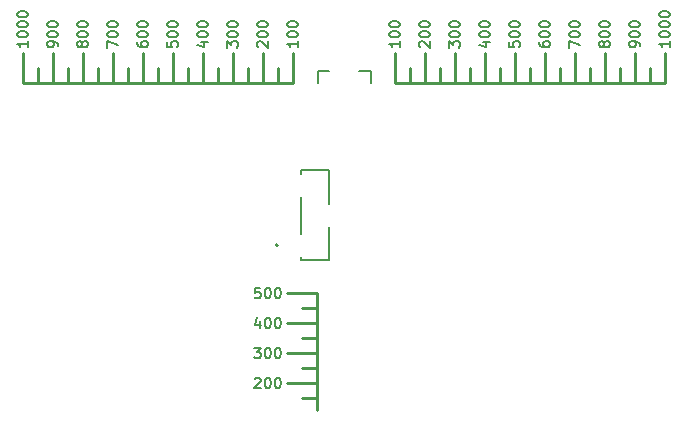
<source format=gto>
%TF.GenerationSoftware,KiCad,Pcbnew,8.0.4*%
%TF.CreationDate,2024-08-26T14:53:49-04:00*%
%TF.ProjectId,S-Band_1W_R1,532d4261-6e64-45f3-9157-5f52312e6b69,0*%
%TF.SameCoordinates,Original*%
%TF.FileFunction,Legend,Top*%
%TF.FilePolarity,Positive*%
%FSLAX46Y46*%
G04 Gerber Fmt 4.6, Leading zero omitted, Abs format (unit mm)*
G04 Created by KiCad (PCBNEW 8.0.4) date 2024-08-26 14:53:49*
%MOMM*%
%LPD*%
G01*
G04 APERTURE LIST*
%ADD10C,0.254000*%
%ADD11C,0.177800*%
G04 APERTURE END LIST*
D10*
X137922000Y-83820000D02*
X137922000Y-86360000D01*
X130302000Y-83820000D02*
X130302000Y-86360000D01*
X125222000Y-83820000D02*
X125222000Y-86360000D01*
X169418000Y-83820000D02*
X169418000Y-86360000D01*
X155448000Y-85090000D02*
X155448000Y-86360000D01*
X163068000Y-85090000D02*
X163068000Y-86360000D01*
X166878000Y-83820000D02*
X166878000Y-86360000D01*
X160528000Y-85090000D02*
X160528000Y-86360000D01*
X132842000Y-83820000D02*
X132842000Y-86360000D01*
X136652000Y-85090000D02*
X136652000Y-86360000D01*
X154178000Y-83820000D02*
X154178000Y-86360000D01*
X145034000Y-109220000D02*
X142494000Y-109220000D01*
X139192000Y-85090000D02*
X139192000Y-86360000D01*
X123952000Y-85090000D02*
X123952000Y-86360000D01*
X161798000Y-83820000D02*
X161798000Y-86360000D01*
X145034000Y-106680000D02*
X142494000Y-106680000D01*
X126492000Y-85090000D02*
X126492000Y-86360000D01*
X171958000Y-83820000D02*
X171958000Y-86360000D01*
X145034000Y-110490000D02*
X143764000Y-110490000D01*
X151638000Y-83820000D02*
X151638000Y-86360000D01*
X165608000Y-85090000D02*
X165608000Y-86360000D01*
X129032000Y-85090000D02*
X129032000Y-86360000D01*
X157988000Y-85090000D02*
X157988000Y-86360000D01*
X135382000Y-83820000D02*
X135382000Y-86360000D01*
X140462000Y-83820000D02*
X140462000Y-86360000D01*
X152908000Y-85090000D02*
X152908000Y-86360000D01*
X120142000Y-83820000D02*
X120142000Y-86360000D01*
X134112000Y-85090000D02*
X134112000Y-86360000D01*
X156718000Y-83820000D02*
X156718000Y-86360000D01*
X151638000Y-86360000D02*
X174498000Y-86360000D01*
X120142000Y-86360000D02*
X143002000Y-86360000D01*
X164338000Y-83820000D02*
X164338000Y-86360000D01*
X141732000Y-85090000D02*
X141732000Y-86360000D01*
X145034000Y-107950000D02*
X143764000Y-107950000D01*
X145034000Y-111760000D02*
X142494000Y-111760000D01*
X131572000Y-85090000D02*
X131572000Y-86360000D01*
X145034000Y-104140000D02*
X145034000Y-114046000D01*
X143002000Y-83820000D02*
X143002000Y-86360000D01*
X127762000Y-83820000D02*
X127762000Y-86360000D01*
X159258000Y-83820000D02*
X159258000Y-86360000D01*
X168148000Y-85090000D02*
X168148000Y-86360000D01*
X122682000Y-83820000D02*
X122682000Y-86360000D01*
X170688000Y-85090000D02*
X170688000Y-86360000D01*
X145034000Y-105410000D02*
X143764000Y-105410000D01*
X173228000Y-85090000D02*
X173228000Y-86360000D01*
X145034000Y-113030000D02*
X143764000Y-113030000D01*
X121412000Y-85090000D02*
X121412000Y-86360000D01*
X145034000Y-104140000D02*
X142494000Y-104140000D01*
X174498000Y-83820000D02*
X174498000Y-86360000D01*
D11*
X159067356Y-82856360D02*
X159660023Y-82856360D01*
X158728690Y-83068027D02*
X159363690Y-83279693D01*
X159363690Y-83279693D02*
X159363690Y-82729360D01*
X158771023Y-82221360D02*
X158771023Y-82136693D01*
X158771023Y-82136693D02*
X158813356Y-82052026D01*
X158813356Y-82052026D02*
X158855690Y-82009693D01*
X158855690Y-82009693D02*
X158940356Y-81967360D01*
X158940356Y-81967360D02*
X159109690Y-81925026D01*
X159109690Y-81925026D02*
X159321356Y-81925026D01*
X159321356Y-81925026D02*
X159490690Y-81967360D01*
X159490690Y-81967360D02*
X159575356Y-82009693D01*
X159575356Y-82009693D02*
X159617690Y-82052026D01*
X159617690Y-82052026D02*
X159660023Y-82136693D01*
X159660023Y-82136693D02*
X159660023Y-82221360D01*
X159660023Y-82221360D02*
X159617690Y-82306026D01*
X159617690Y-82306026D02*
X159575356Y-82348360D01*
X159575356Y-82348360D02*
X159490690Y-82390693D01*
X159490690Y-82390693D02*
X159321356Y-82433026D01*
X159321356Y-82433026D02*
X159109690Y-82433026D01*
X159109690Y-82433026D02*
X158940356Y-82390693D01*
X158940356Y-82390693D02*
X158855690Y-82348360D01*
X158855690Y-82348360D02*
X158813356Y-82306026D01*
X158813356Y-82306026D02*
X158771023Y-82221360D01*
X158771023Y-81374693D02*
X158771023Y-81290026D01*
X158771023Y-81290026D02*
X158813356Y-81205359D01*
X158813356Y-81205359D02*
X158855690Y-81163026D01*
X158855690Y-81163026D02*
X158940356Y-81120693D01*
X158940356Y-81120693D02*
X159109690Y-81078359D01*
X159109690Y-81078359D02*
X159321356Y-81078359D01*
X159321356Y-81078359D02*
X159490690Y-81120693D01*
X159490690Y-81120693D02*
X159575356Y-81163026D01*
X159575356Y-81163026D02*
X159617690Y-81205359D01*
X159617690Y-81205359D02*
X159660023Y-81290026D01*
X159660023Y-81290026D02*
X159660023Y-81374693D01*
X159660023Y-81374693D02*
X159617690Y-81459359D01*
X159617690Y-81459359D02*
X159575356Y-81501693D01*
X159575356Y-81501693D02*
X159490690Y-81544026D01*
X159490690Y-81544026D02*
X159321356Y-81586359D01*
X159321356Y-81586359D02*
X159109690Y-81586359D01*
X159109690Y-81586359D02*
X158940356Y-81544026D01*
X158940356Y-81544026D02*
X158855690Y-81501693D01*
X158855690Y-81501693D02*
X158813356Y-81459359D01*
X158813356Y-81459359D02*
X158771023Y-81374693D01*
X166391023Y-83322027D02*
X166391023Y-82729360D01*
X166391023Y-82729360D02*
X167280023Y-83110360D01*
X166391023Y-82221360D02*
X166391023Y-82136693D01*
X166391023Y-82136693D02*
X166433356Y-82052026D01*
X166433356Y-82052026D02*
X166475690Y-82009693D01*
X166475690Y-82009693D02*
X166560356Y-81967360D01*
X166560356Y-81967360D02*
X166729690Y-81925026D01*
X166729690Y-81925026D02*
X166941356Y-81925026D01*
X166941356Y-81925026D02*
X167110690Y-81967360D01*
X167110690Y-81967360D02*
X167195356Y-82009693D01*
X167195356Y-82009693D02*
X167237690Y-82052026D01*
X167237690Y-82052026D02*
X167280023Y-82136693D01*
X167280023Y-82136693D02*
X167280023Y-82221360D01*
X167280023Y-82221360D02*
X167237690Y-82306026D01*
X167237690Y-82306026D02*
X167195356Y-82348360D01*
X167195356Y-82348360D02*
X167110690Y-82390693D01*
X167110690Y-82390693D02*
X166941356Y-82433026D01*
X166941356Y-82433026D02*
X166729690Y-82433026D01*
X166729690Y-82433026D02*
X166560356Y-82390693D01*
X166560356Y-82390693D02*
X166475690Y-82348360D01*
X166475690Y-82348360D02*
X166433356Y-82306026D01*
X166433356Y-82306026D02*
X166391023Y-82221360D01*
X166391023Y-81374693D02*
X166391023Y-81290026D01*
X166391023Y-81290026D02*
X166433356Y-81205359D01*
X166433356Y-81205359D02*
X166475690Y-81163026D01*
X166475690Y-81163026D02*
X166560356Y-81120693D01*
X166560356Y-81120693D02*
X166729690Y-81078359D01*
X166729690Y-81078359D02*
X166941356Y-81078359D01*
X166941356Y-81078359D02*
X167110690Y-81120693D01*
X167110690Y-81120693D02*
X167195356Y-81163026D01*
X167195356Y-81163026D02*
X167237690Y-81205359D01*
X167237690Y-81205359D02*
X167280023Y-81290026D01*
X167280023Y-81290026D02*
X167280023Y-81374693D01*
X167280023Y-81374693D02*
X167237690Y-81459359D01*
X167237690Y-81459359D02*
X167195356Y-81501693D01*
X167195356Y-81501693D02*
X167110690Y-81544026D01*
X167110690Y-81544026D02*
X166941356Y-81586359D01*
X166941356Y-81586359D02*
X166729690Y-81586359D01*
X166729690Y-81586359D02*
X166560356Y-81544026D01*
X166560356Y-81544026D02*
X166475690Y-81501693D01*
X166475690Y-81501693D02*
X166433356Y-81459359D01*
X166433356Y-81459359D02*
X166391023Y-81374693D01*
X139752359Y-111357690D02*
X139794692Y-111315356D01*
X139794692Y-111315356D02*
X139879359Y-111273023D01*
X139879359Y-111273023D02*
X140091026Y-111273023D01*
X140091026Y-111273023D02*
X140175692Y-111315356D01*
X140175692Y-111315356D02*
X140218026Y-111357690D01*
X140218026Y-111357690D02*
X140260359Y-111442356D01*
X140260359Y-111442356D02*
X140260359Y-111527023D01*
X140260359Y-111527023D02*
X140218026Y-111654023D01*
X140218026Y-111654023D02*
X139710026Y-112162023D01*
X139710026Y-112162023D02*
X140260359Y-112162023D01*
X140810693Y-111273023D02*
X140895359Y-111273023D01*
X140895359Y-111273023D02*
X140980026Y-111315356D01*
X140980026Y-111315356D02*
X141022359Y-111357690D01*
X141022359Y-111357690D02*
X141064693Y-111442356D01*
X141064693Y-111442356D02*
X141107026Y-111611690D01*
X141107026Y-111611690D02*
X141107026Y-111823356D01*
X141107026Y-111823356D02*
X141064693Y-111992690D01*
X141064693Y-111992690D02*
X141022359Y-112077356D01*
X141022359Y-112077356D02*
X140980026Y-112119690D01*
X140980026Y-112119690D02*
X140895359Y-112162023D01*
X140895359Y-112162023D02*
X140810693Y-112162023D01*
X140810693Y-112162023D02*
X140726026Y-112119690D01*
X140726026Y-112119690D02*
X140683693Y-112077356D01*
X140683693Y-112077356D02*
X140641359Y-111992690D01*
X140641359Y-111992690D02*
X140599026Y-111823356D01*
X140599026Y-111823356D02*
X140599026Y-111611690D01*
X140599026Y-111611690D02*
X140641359Y-111442356D01*
X140641359Y-111442356D02*
X140683693Y-111357690D01*
X140683693Y-111357690D02*
X140726026Y-111315356D01*
X140726026Y-111315356D02*
X140810693Y-111273023D01*
X141657360Y-111273023D02*
X141742026Y-111273023D01*
X141742026Y-111273023D02*
X141826693Y-111315356D01*
X141826693Y-111315356D02*
X141869026Y-111357690D01*
X141869026Y-111357690D02*
X141911360Y-111442356D01*
X141911360Y-111442356D02*
X141953693Y-111611690D01*
X141953693Y-111611690D02*
X141953693Y-111823356D01*
X141953693Y-111823356D02*
X141911360Y-111992690D01*
X141911360Y-111992690D02*
X141869026Y-112077356D01*
X141869026Y-112077356D02*
X141826693Y-112119690D01*
X141826693Y-112119690D02*
X141742026Y-112162023D01*
X141742026Y-112162023D02*
X141657360Y-112162023D01*
X141657360Y-112162023D02*
X141572693Y-112119690D01*
X141572693Y-112119690D02*
X141530360Y-112077356D01*
X141530360Y-112077356D02*
X141488026Y-111992690D01*
X141488026Y-111992690D02*
X141445693Y-111823356D01*
X141445693Y-111823356D02*
X141445693Y-111611690D01*
X141445693Y-111611690D02*
X141488026Y-111442356D01*
X141488026Y-111442356D02*
X141530360Y-111357690D01*
X141530360Y-111357690D02*
X141572693Y-111315356D01*
X141572693Y-111315356D02*
X141657360Y-111273023D01*
X127275023Y-83322027D02*
X127275023Y-82729360D01*
X127275023Y-82729360D02*
X128164023Y-83110360D01*
X127275023Y-82221360D02*
X127275023Y-82136693D01*
X127275023Y-82136693D02*
X127317356Y-82052026D01*
X127317356Y-82052026D02*
X127359690Y-82009693D01*
X127359690Y-82009693D02*
X127444356Y-81967360D01*
X127444356Y-81967360D02*
X127613690Y-81925026D01*
X127613690Y-81925026D02*
X127825356Y-81925026D01*
X127825356Y-81925026D02*
X127994690Y-81967360D01*
X127994690Y-81967360D02*
X128079356Y-82009693D01*
X128079356Y-82009693D02*
X128121690Y-82052026D01*
X128121690Y-82052026D02*
X128164023Y-82136693D01*
X128164023Y-82136693D02*
X128164023Y-82221360D01*
X128164023Y-82221360D02*
X128121690Y-82306026D01*
X128121690Y-82306026D02*
X128079356Y-82348360D01*
X128079356Y-82348360D02*
X127994690Y-82390693D01*
X127994690Y-82390693D02*
X127825356Y-82433026D01*
X127825356Y-82433026D02*
X127613690Y-82433026D01*
X127613690Y-82433026D02*
X127444356Y-82390693D01*
X127444356Y-82390693D02*
X127359690Y-82348360D01*
X127359690Y-82348360D02*
X127317356Y-82306026D01*
X127317356Y-82306026D02*
X127275023Y-82221360D01*
X127275023Y-81374693D02*
X127275023Y-81290026D01*
X127275023Y-81290026D02*
X127317356Y-81205359D01*
X127317356Y-81205359D02*
X127359690Y-81163026D01*
X127359690Y-81163026D02*
X127444356Y-81120693D01*
X127444356Y-81120693D02*
X127613690Y-81078359D01*
X127613690Y-81078359D02*
X127825356Y-81078359D01*
X127825356Y-81078359D02*
X127994690Y-81120693D01*
X127994690Y-81120693D02*
X128079356Y-81163026D01*
X128079356Y-81163026D02*
X128121690Y-81205359D01*
X128121690Y-81205359D02*
X128164023Y-81290026D01*
X128164023Y-81290026D02*
X128164023Y-81374693D01*
X128164023Y-81374693D02*
X128121690Y-81459359D01*
X128121690Y-81459359D02*
X128079356Y-81501693D01*
X128079356Y-81501693D02*
X127994690Y-81544026D01*
X127994690Y-81544026D02*
X127825356Y-81586359D01*
X127825356Y-81586359D02*
X127613690Y-81586359D01*
X127613690Y-81586359D02*
X127444356Y-81544026D01*
X127444356Y-81544026D02*
X127359690Y-81501693D01*
X127359690Y-81501693D02*
X127317356Y-81459359D01*
X127317356Y-81459359D02*
X127275023Y-81374693D01*
X156231023Y-83322027D02*
X156231023Y-82771693D01*
X156231023Y-82771693D02*
X156569690Y-83068027D01*
X156569690Y-83068027D02*
X156569690Y-82941027D01*
X156569690Y-82941027D02*
X156612023Y-82856360D01*
X156612023Y-82856360D02*
X156654356Y-82814027D01*
X156654356Y-82814027D02*
X156739023Y-82771693D01*
X156739023Y-82771693D02*
X156950690Y-82771693D01*
X156950690Y-82771693D02*
X157035356Y-82814027D01*
X157035356Y-82814027D02*
X157077690Y-82856360D01*
X157077690Y-82856360D02*
X157120023Y-82941027D01*
X157120023Y-82941027D02*
X157120023Y-83195027D01*
X157120023Y-83195027D02*
X157077690Y-83279693D01*
X157077690Y-83279693D02*
X157035356Y-83322027D01*
X156231023Y-82221360D02*
X156231023Y-82136693D01*
X156231023Y-82136693D02*
X156273356Y-82052026D01*
X156273356Y-82052026D02*
X156315690Y-82009693D01*
X156315690Y-82009693D02*
X156400356Y-81967360D01*
X156400356Y-81967360D02*
X156569690Y-81925026D01*
X156569690Y-81925026D02*
X156781356Y-81925026D01*
X156781356Y-81925026D02*
X156950690Y-81967360D01*
X156950690Y-81967360D02*
X157035356Y-82009693D01*
X157035356Y-82009693D02*
X157077690Y-82052026D01*
X157077690Y-82052026D02*
X157120023Y-82136693D01*
X157120023Y-82136693D02*
X157120023Y-82221360D01*
X157120023Y-82221360D02*
X157077690Y-82306026D01*
X157077690Y-82306026D02*
X157035356Y-82348360D01*
X157035356Y-82348360D02*
X156950690Y-82390693D01*
X156950690Y-82390693D02*
X156781356Y-82433026D01*
X156781356Y-82433026D02*
X156569690Y-82433026D01*
X156569690Y-82433026D02*
X156400356Y-82390693D01*
X156400356Y-82390693D02*
X156315690Y-82348360D01*
X156315690Y-82348360D02*
X156273356Y-82306026D01*
X156273356Y-82306026D02*
X156231023Y-82221360D01*
X156231023Y-81374693D02*
X156231023Y-81290026D01*
X156231023Y-81290026D02*
X156273356Y-81205359D01*
X156273356Y-81205359D02*
X156315690Y-81163026D01*
X156315690Y-81163026D02*
X156400356Y-81120693D01*
X156400356Y-81120693D02*
X156569690Y-81078359D01*
X156569690Y-81078359D02*
X156781356Y-81078359D01*
X156781356Y-81078359D02*
X156950690Y-81120693D01*
X156950690Y-81120693D02*
X157035356Y-81163026D01*
X157035356Y-81163026D02*
X157077690Y-81205359D01*
X157077690Y-81205359D02*
X157120023Y-81290026D01*
X157120023Y-81290026D02*
X157120023Y-81374693D01*
X157120023Y-81374693D02*
X157077690Y-81459359D01*
X157077690Y-81459359D02*
X157035356Y-81501693D01*
X157035356Y-81501693D02*
X156950690Y-81544026D01*
X156950690Y-81544026D02*
X156781356Y-81586359D01*
X156781356Y-81586359D02*
X156569690Y-81586359D01*
X156569690Y-81586359D02*
X156400356Y-81544026D01*
X156400356Y-81544026D02*
X156315690Y-81501693D01*
X156315690Y-81501693D02*
X156273356Y-81459359D01*
X156273356Y-81459359D02*
X156231023Y-81374693D01*
X161311023Y-82814027D02*
X161311023Y-83237360D01*
X161311023Y-83237360D02*
X161734356Y-83279693D01*
X161734356Y-83279693D02*
X161692023Y-83237360D01*
X161692023Y-83237360D02*
X161649690Y-83152693D01*
X161649690Y-83152693D02*
X161649690Y-82941027D01*
X161649690Y-82941027D02*
X161692023Y-82856360D01*
X161692023Y-82856360D02*
X161734356Y-82814027D01*
X161734356Y-82814027D02*
X161819023Y-82771693D01*
X161819023Y-82771693D02*
X162030690Y-82771693D01*
X162030690Y-82771693D02*
X162115356Y-82814027D01*
X162115356Y-82814027D02*
X162157690Y-82856360D01*
X162157690Y-82856360D02*
X162200023Y-82941027D01*
X162200023Y-82941027D02*
X162200023Y-83152693D01*
X162200023Y-83152693D02*
X162157690Y-83237360D01*
X162157690Y-83237360D02*
X162115356Y-83279693D01*
X161311023Y-82221360D02*
X161311023Y-82136693D01*
X161311023Y-82136693D02*
X161353356Y-82052026D01*
X161353356Y-82052026D02*
X161395690Y-82009693D01*
X161395690Y-82009693D02*
X161480356Y-81967360D01*
X161480356Y-81967360D02*
X161649690Y-81925026D01*
X161649690Y-81925026D02*
X161861356Y-81925026D01*
X161861356Y-81925026D02*
X162030690Y-81967360D01*
X162030690Y-81967360D02*
X162115356Y-82009693D01*
X162115356Y-82009693D02*
X162157690Y-82052026D01*
X162157690Y-82052026D02*
X162200023Y-82136693D01*
X162200023Y-82136693D02*
X162200023Y-82221360D01*
X162200023Y-82221360D02*
X162157690Y-82306026D01*
X162157690Y-82306026D02*
X162115356Y-82348360D01*
X162115356Y-82348360D02*
X162030690Y-82390693D01*
X162030690Y-82390693D02*
X161861356Y-82433026D01*
X161861356Y-82433026D02*
X161649690Y-82433026D01*
X161649690Y-82433026D02*
X161480356Y-82390693D01*
X161480356Y-82390693D02*
X161395690Y-82348360D01*
X161395690Y-82348360D02*
X161353356Y-82306026D01*
X161353356Y-82306026D02*
X161311023Y-82221360D01*
X161311023Y-81374693D02*
X161311023Y-81290026D01*
X161311023Y-81290026D02*
X161353356Y-81205359D01*
X161353356Y-81205359D02*
X161395690Y-81163026D01*
X161395690Y-81163026D02*
X161480356Y-81120693D01*
X161480356Y-81120693D02*
X161649690Y-81078359D01*
X161649690Y-81078359D02*
X161861356Y-81078359D01*
X161861356Y-81078359D02*
X162030690Y-81120693D01*
X162030690Y-81120693D02*
X162115356Y-81163026D01*
X162115356Y-81163026D02*
X162157690Y-81205359D01*
X162157690Y-81205359D02*
X162200023Y-81290026D01*
X162200023Y-81290026D02*
X162200023Y-81374693D01*
X162200023Y-81374693D02*
X162157690Y-81459359D01*
X162157690Y-81459359D02*
X162115356Y-81501693D01*
X162115356Y-81501693D02*
X162030690Y-81544026D01*
X162030690Y-81544026D02*
X161861356Y-81586359D01*
X161861356Y-81586359D02*
X161649690Y-81586359D01*
X161649690Y-81586359D02*
X161480356Y-81544026D01*
X161480356Y-81544026D02*
X161395690Y-81501693D01*
X161395690Y-81501693D02*
X161353356Y-81459359D01*
X161353356Y-81459359D02*
X161311023Y-81374693D01*
X153775690Y-83279693D02*
X153733356Y-83237360D01*
X153733356Y-83237360D02*
X153691023Y-83152693D01*
X153691023Y-83152693D02*
X153691023Y-82941027D01*
X153691023Y-82941027D02*
X153733356Y-82856360D01*
X153733356Y-82856360D02*
X153775690Y-82814027D01*
X153775690Y-82814027D02*
X153860356Y-82771693D01*
X153860356Y-82771693D02*
X153945023Y-82771693D01*
X153945023Y-82771693D02*
X154072023Y-82814027D01*
X154072023Y-82814027D02*
X154580023Y-83322027D01*
X154580023Y-83322027D02*
X154580023Y-82771693D01*
X153691023Y-82221360D02*
X153691023Y-82136693D01*
X153691023Y-82136693D02*
X153733356Y-82052026D01*
X153733356Y-82052026D02*
X153775690Y-82009693D01*
X153775690Y-82009693D02*
X153860356Y-81967360D01*
X153860356Y-81967360D02*
X154029690Y-81925026D01*
X154029690Y-81925026D02*
X154241356Y-81925026D01*
X154241356Y-81925026D02*
X154410690Y-81967360D01*
X154410690Y-81967360D02*
X154495356Y-82009693D01*
X154495356Y-82009693D02*
X154537690Y-82052026D01*
X154537690Y-82052026D02*
X154580023Y-82136693D01*
X154580023Y-82136693D02*
X154580023Y-82221360D01*
X154580023Y-82221360D02*
X154537690Y-82306026D01*
X154537690Y-82306026D02*
X154495356Y-82348360D01*
X154495356Y-82348360D02*
X154410690Y-82390693D01*
X154410690Y-82390693D02*
X154241356Y-82433026D01*
X154241356Y-82433026D02*
X154029690Y-82433026D01*
X154029690Y-82433026D02*
X153860356Y-82390693D01*
X153860356Y-82390693D02*
X153775690Y-82348360D01*
X153775690Y-82348360D02*
X153733356Y-82306026D01*
X153733356Y-82306026D02*
X153691023Y-82221360D01*
X153691023Y-81374693D02*
X153691023Y-81290026D01*
X153691023Y-81290026D02*
X153733356Y-81205359D01*
X153733356Y-81205359D02*
X153775690Y-81163026D01*
X153775690Y-81163026D02*
X153860356Y-81120693D01*
X153860356Y-81120693D02*
X154029690Y-81078359D01*
X154029690Y-81078359D02*
X154241356Y-81078359D01*
X154241356Y-81078359D02*
X154410690Y-81120693D01*
X154410690Y-81120693D02*
X154495356Y-81163026D01*
X154495356Y-81163026D02*
X154537690Y-81205359D01*
X154537690Y-81205359D02*
X154580023Y-81290026D01*
X154580023Y-81290026D02*
X154580023Y-81374693D01*
X154580023Y-81374693D02*
X154537690Y-81459359D01*
X154537690Y-81459359D02*
X154495356Y-81501693D01*
X154495356Y-81501693D02*
X154410690Y-81544026D01*
X154410690Y-81544026D02*
X154241356Y-81586359D01*
X154241356Y-81586359D02*
X154029690Y-81586359D01*
X154029690Y-81586359D02*
X153860356Y-81544026D01*
X153860356Y-81544026D02*
X153775690Y-81501693D01*
X153775690Y-81501693D02*
X153733356Y-81459359D01*
X153733356Y-81459359D02*
X153691023Y-81374693D01*
X174900023Y-82771693D02*
X174900023Y-83279693D01*
X174900023Y-83025693D02*
X174011023Y-83025693D01*
X174011023Y-83025693D02*
X174138023Y-83110360D01*
X174138023Y-83110360D02*
X174222690Y-83195027D01*
X174222690Y-83195027D02*
X174265023Y-83279693D01*
X174011023Y-82221360D02*
X174011023Y-82136693D01*
X174011023Y-82136693D02*
X174053356Y-82052026D01*
X174053356Y-82052026D02*
X174095690Y-82009693D01*
X174095690Y-82009693D02*
X174180356Y-81967360D01*
X174180356Y-81967360D02*
X174349690Y-81925026D01*
X174349690Y-81925026D02*
X174561356Y-81925026D01*
X174561356Y-81925026D02*
X174730690Y-81967360D01*
X174730690Y-81967360D02*
X174815356Y-82009693D01*
X174815356Y-82009693D02*
X174857690Y-82052026D01*
X174857690Y-82052026D02*
X174900023Y-82136693D01*
X174900023Y-82136693D02*
X174900023Y-82221360D01*
X174900023Y-82221360D02*
X174857690Y-82306026D01*
X174857690Y-82306026D02*
X174815356Y-82348360D01*
X174815356Y-82348360D02*
X174730690Y-82390693D01*
X174730690Y-82390693D02*
X174561356Y-82433026D01*
X174561356Y-82433026D02*
X174349690Y-82433026D01*
X174349690Y-82433026D02*
X174180356Y-82390693D01*
X174180356Y-82390693D02*
X174095690Y-82348360D01*
X174095690Y-82348360D02*
X174053356Y-82306026D01*
X174053356Y-82306026D02*
X174011023Y-82221360D01*
X174011023Y-81374693D02*
X174011023Y-81290026D01*
X174011023Y-81290026D02*
X174053356Y-81205359D01*
X174053356Y-81205359D02*
X174095690Y-81163026D01*
X174095690Y-81163026D02*
X174180356Y-81120693D01*
X174180356Y-81120693D02*
X174349690Y-81078359D01*
X174349690Y-81078359D02*
X174561356Y-81078359D01*
X174561356Y-81078359D02*
X174730690Y-81120693D01*
X174730690Y-81120693D02*
X174815356Y-81163026D01*
X174815356Y-81163026D02*
X174857690Y-81205359D01*
X174857690Y-81205359D02*
X174900023Y-81290026D01*
X174900023Y-81290026D02*
X174900023Y-81374693D01*
X174900023Y-81374693D02*
X174857690Y-81459359D01*
X174857690Y-81459359D02*
X174815356Y-81501693D01*
X174815356Y-81501693D02*
X174730690Y-81544026D01*
X174730690Y-81544026D02*
X174561356Y-81586359D01*
X174561356Y-81586359D02*
X174349690Y-81586359D01*
X174349690Y-81586359D02*
X174180356Y-81544026D01*
X174180356Y-81544026D02*
X174095690Y-81501693D01*
X174095690Y-81501693D02*
X174053356Y-81459359D01*
X174053356Y-81459359D02*
X174011023Y-81374693D01*
X174011023Y-80528026D02*
X174011023Y-80443359D01*
X174011023Y-80443359D02*
X174053356Y-80358692D01*
X174053356Y-80358692D02*
X174095690Y-80316359D01*
X174095690Y-80316359D02*
X174180356Y-80274026D01*
X174180356Y-80274026D02*
X174349690Y-80231692D01*
X174349690Y-80231692D02*
X174561356Y-80231692D01*
X174561356Y-80231692D02*
X174730690Y-80274026D01*
X174730690Y-80274026D02*
X174815356Y-80316359D01*
X174815356Y-80316359D02*
X174857690Y-80358692D01*
X174857690Y-80358692D02*
X174900023Y-80443359D01*
X174900023Y-80443359D02*
X174900023Y-80528026D01*
X174900023Y-80528026D02*
X174857690Y-80612692D01*
X174857690Y-80612692D02*
X174815356Y-80655026D01*
X174815356Y-80655026D02*
X174730690Y-80697359D01*
X174730690Y-80697359D02*
X174561356Y-80739692D01*
X174561356Y-80739692D02*
X174349690Y-80739692D01*
X174349690Y-80739692D02*
X174180356Y-80697359D01*
X174180356Y-80697359D02*
X174095690Y-80655026D01*
X174095690Y-80655026D02*
X174053356Y-80612692D01*
X174053356Y-80612692D02*
X174011023Y-80528026D01*
X140218026Y-103653023D02*
X139794692Y-103653023D01*
X139794692Y-103653023D02*
X139752359Y-104076356D01*
X139752359Y-104076356D02*
X139794692Y-104034023D01*
X139794692Y-104034023D02*
X139879359Y-103991690D01*
X139879359Y-103991690D02*
X140091026Y-103991690D01*
X140091026Y-103991690D02*
X140175692Y-104034023D01*
X140175692Y-104034023D02*
X140218026Y-104076356D01*
X140218026Y-104076356D02*
X140260359Y-104161023D01*
X140260359Y-104161023D02*
X140260359Y-104372690D01*
X140260359Y-104372690D02*
X140218026Y-104457356D01*
X140218026Y-104457356D02*
X140175692Y-104499690D01*
X140175692Y-104499690D02*
X140091026Y-104542023D01*
X140091026Y-104542023D02*
X139879359Y-104542023D01*
X139879359Y-104542023D02*
X139794692Y-104499690D01*
X139794692Y-104499690D02*
X139752359Y-104457356D01*
X140810693Y-103653023D02*
X140895359Y-103653023D01*
X140895359Y-103653023D02*
X140980026Y-103695356D01*
X140980026Y-103695356D02*
X141022359Y-103737690D01*
X141022359Y-103737690D02*
X141064693Y-103822356D01*
X141064693Y-103822356D02*
X141107026Y-103991690D01*
X141107026Y-103991690D02*
X141107026Y-104203356D01*
X141107026Y-104203356D02*
X141064693Y-104372690D01*
X141064693Y-104372690D02*
X141022359Y-104457356D01*
X141022359Y-104457356D02*
X140980026Y-104499690D01*
X140980026Y-104499690D02*
X140895359Y-104542023D01*
X140895359Y-104542023D02*
X140810693Y-104542023D01*
X140810693Y-104542023D02*
X140726026Y-104499690D01*
X140726026Y-104499690D02*
X140683693Y-104457356D01*
X140683693Y-104457356D02*
X140641359Y-104372690D01*
X140641359Y-104372690D02*
X140599026Y-104203356D01*
X140599026Y-104203356D02*
X140599026Y-103991690D01*
X140599026Y-103991690D02*
X140641359Y-103822356D01*
X140641359Y-103822356D02*
X140683693Y-103737690D01*
X140683693Y-103737690D02*
X140726026Y-103695356D01*
X140726026Y-103695356D02*
X140810693Y-103653023D01*
X141657360Y-103653023D02*
X141742026Y-103653023D01*
X141742026Y-103653023D02*
X141826693Y-103695356D01*
X141826693Y-103695356D02*
X141869026Y-103737690D01*
X141869026Y-103737690D02*
X141911360Y-103822356D01*
X141911360Y-103822356D02*
X141953693Y-103991690D01*
X141953693Y-103991690D02*
X141953693Y-104203356D01*
X141953693Y-104203356D02*
X141911360Y-104372690D01*
X141911360Y-104372690D02*
X141869026Y-104457356D01*
X141869026Y-104457356D02*
X141826693Y-104499690D01*
X141826693Y-104499690D02*
X141742026Y-104542023D01*
X141742026Y-104542023D02*
X141657360Y-104542023D01*
X141657360Y-104542023D02*
X141572693Y-104499690D01*
X141572693Y-104499690D02*
X141530360Y-104457356D01*
X141530360Y-104457356D02*
X141488026Y-104372690D01*
X141488026Y-104372690D02*
X141445693Y-104203356D01*
X141445693Y-104203356D02*
X141445693Y-103991690D01*
X141445693Y-103991690D02*
X141488026Y-103822356D01*
X141488026Y-103822356D02*
X141530360Y-103737690D01*
X141530360Y-103737690D02*
X141572693Y-103695356D01*
X141572693Y-103695356D02*
X141657360Y-103653023D01*
X135191356Y-82856360D02*
X135784023Y-82856360D01*
X134852690Y-83068027D02*
X135487690Y-83279693D01*
X135487690Y-83279693D02*
X135487690Y-82729360D01*
X134895023Y-82221360D02*
X134895023Y-82136693D01*
X134895023Y-82136693D02*
X134937356Y-82052026D01*
X134937356Y-82052026D02*
X134979690Y-82009693D01*
X134979690Y-82009693D02*
X135064356Y-81967360D01*
X135064356Y-81967360D02*
X135233690Y-81925026D01*
X135233690Y-81925026D02*
X135445356Y-81925026D01*
X135445356Y-81925026D02*
X135614690Y-81967360D01*
X135614690Y-81967360D02*
X135699356Y-82009693D01*
X135699356Y-82009693D02*
X135741690Y-82052026D01*
X135741690Y-82052026D02*
X135784023Y-82136693D01*
X135784023Y-82136693D02*
X135784023Y-82221360D01*
X135784023Y-82221360D02*
X135741690Y-82306026D01*
X135741690Y-82306026D02*
X135699356Y-82348360D01*
X135699356Y-82348360D02*
X135614690Y-82390693D01*
X135614690Y-82390693D02*
X135445356Y-82433026D01*
X135445356Y-82433026D02*
X135233690Y-82433026D01*
X135233690Y-82433026D02*
X135064356Y-82390693D01*
X135064356Y-82390693D02*
X134979690Y-82348360D01*
X134979690Y-82348360D02*
X134937356Y-82306026D01*
X134937356Y-82306026D02*
X134895023Y-82221360D01*
X134895023Y-81374693D02*
X134895023Y-81290026D01*
X134895023Y-81290026D02*
X134937356Y-81205359D01*
X134937356Y-81205359D02*
X134979690Y-81163026D01*
X134979690Y-81163026D02*
X135064356Y-81120693D01*
X135064356Y-81120693D02*
X135233690Y-81078359D01*
X135233690Y-81078359D02*
X135445356Y-81078359D01*
X135445356Y-81078359D02*
X135614690Y-81120693D01*
X135614690Y-81120693D02*
X135699356Y-81163026D01*
X135699356Y-81163026D02*
X135741690Y-81205359D01*
X135741690Y-81205359D02*
X135784023Y-81290026D01*
X135784023Y-81290026D02*
X135784023Y-81374693D01*
X135784023Y-81374693D02*
X135741690Y-81459359D01*
X135741690Y-81459359D02*
X135699356Y-81501693D01*
X135699356Y-81501693D02*
X135614690Y-81544026D01*
X135614690Y-81544026D02*
X135445356Y-81586359D01*
X135445356Y-81586359D02*
X135233690Y-81586359D01*
X135233690Y-81586359D02*
X135064356Y-81544026D01*
X135064356Y-81544026D02*
X134979690Y-81501693D01*
X134979690Y-81501693D02*
X134937356Y-81459359D01*
X134937356Y-81459359D02*
X134895023Y-81374693D01*
X137435023Y-83322027D02*
X137435023Y-82771693D01*
X137435023Y-82771693D02*
X137773690Y-83068027D01*
X137773690Y-83068027D02*
X137773690Y-82941027D01*
X137773690Y-82941027D02*
X137816023Y-82856360D01*
X137816023Y-82856360D02*
X137858356Y-82814027D01*
X137858356Y-82814027D02*
X137943023Y-82771693D01*
X137943023Y-82771693D02*
X138154690Y-82771693D01*
X138154690Y-82771693D02*
X138239356Y-82814027D01*
X138239356Y-82814027D02*
X138281690Y-82856360D01*
X138281690Y-82856360D02*
X138324023Y-82941027D01*
X138324023Y-82941027D02*
X138324023Y-83195027D01*
X138324023Y-83195027D02*
X138281690Y-83279693D01*
X138281690Y-83279693D02*
X138239356Y-83322027D01*
X137435023Y-82221360D02*
X137435023Y-82136693D01*
X137435023Y-82136693D02*
X137477356Y-82052026D01*
X137477356Y-82052026D02*
X137519690Y-82009693D01*
X137519690Y-82009693D02*
X137604356Y-81967360D01*
X137604356Y-81967360D02*
X137773690Y-81925026D01*
X137773690Y-81925026D02*
X137985356Y-81925026D01*
X137985356Y-81925026D02*
X138154690Y-81967360D01*
X138154690Y-81967360D02*
X138239356Y-82009693D01*
X138239356Y-82009693D02*
X138281690Y-82052026D01*
X138281690Y-82052026D02*
X138324023Y-82136693D01*
X138324023Y-82136693D02*
X138324023Y-82221360D01*
X138324023Y-82221360D02*
X138281690Y-82306026D01*
X138281690Y-82306026D02*
X138239356Y-82348360D01*
X138239356Y-82348360D02*
X138154690Y-82390693D01*
X138154690Y-82390693D02*
X137985356Y-82433026D01*
X137985356Y-82433026D02*
X137773690Y-82433026D01*
X137773690Y-82433026D02*
X137604356Y-82390693D01*
X137604356Y-82390693D02*
X137519690Y-82348360D01*
X137519690Y-82348360D02*
X137477356Y-82306026D01*
X137477356Y-82306026D02*
X137435023Y-82221360D01*
X137435023Y-81374693D02*
X137435023Y-81290026D01*
X137435023Y-81290026D02*
X137477356Y-81205359D01*
X137477356Y-81205359D02*
X137519690Y-81163026D01*
X137519690Y-81163026D02*
X137604356Y-81120693D01*
X137604356Y-81120693D02*
X137773690Y-81078359D01*
X137773690Y-81078359D02*
X137985356Y-81078359D01*
X137985356Y-81078359D02*
X138154690Y-81120693D01*
X138154690Y-81120693D02*
X138239356Y-81163026D01*
X138239356Y-81163026D02*
X138281690Y-81205359D01*
X138281690Y-81205359D02*
X138324023Y-81290026D01*
X138324023Y-81290026D02*
X138324023Y-81374693D01*
X138324023Y-81374693D02*
X138281690Y-81459359D01*
X138281690Y-81459359D02*
X138239356Y-81501693D01*
X138239356Y-81501693D02*
X138154690Y-81544026D01*
X138154690Y-81544026D02*
X137985356Y-81586359D01*
X137985356Y-81586359D02*
X137773690Y-81586359D01*
X137773690Y-81586359D02*
X137604356Y-81544026D01*
X137604356Y-81544026D02*
X137519690Y-81501693D01*
X137519690Y-81501693D02*
X137477356Y-81459359D01*
X137477356Y-81459359D02*
X137435023Y-81374693D01*
X140059690Y-83279693D02*
X140017356Y-83237360D01*
X140017356Y-83237360D02*
X139975023Y-83152693D01*
X139975023Y-83152693D02*
X139975023Y-82941027D01*
X139975023Y-82941027D02*
X140017356Y-82856360D01*
X140017356Y-82856360D02*
X140059690Y-82814027D01*
X140059690Y-82814027D02*
X140144356Y-82771693D01*
X140144356Y-82771693D02*
X140229023Y-82771693D01*
X140229023Y-82771693D02*
X140356023Y-82814027D01*
X140356023Y-82814027D02*
X140864023Y-83322027D01*
X140864023Y-83322027D02*
X140864023Y-82771693D01*
X139975023Y-82221360D02*
X139975023Y-82136693D01*
X139975023Y-82136693D02*
X140017356Y-82052026D01*
X140017356Y-82052026D02*
X140059690Y-82009693D01*
X140059690Y-82009693D02*
X140144356Y-81967360D01*
X140144356Y-81967360D02*
X140313690Y-81925026D01*
X140313690Y-81925026D02*
X140525356Y-81925026D01*
X140525356Y-81925026D02*
X140694690Y-81967360D01*
X140694690Y-81967360D02*
X140779356Y-82009693D01*
X140779356Y-82009693D02*
X140821690Y-82052026D01*
X140821690Y-82052026D02*
X140864023Y-82136693D01*
X140864023Y-82136693D02*
X140864023Y-82221360D01*
X140864023Y-82221360D02*
X140821690Y-82306026D01*
X140821690Y-82306026D02*
X140779356Y-82348360D01*
X140779356Y-82348360D02*
X140694690Y-82390693D01*
X140694690Y-82390693D02*
X140525356Y-82433026D01*
X140525356Y-82433026D02*
X140313690Y-82433026D01*
X140313690Y-82433026D02*
X140144356Y-82390693D01*
X140144356Y-82390693D02*
X140059690Y-82348360D01*
X140059690Y-82348360D02*
X140017356Y-82306026D01*
X140017356Y-82306026D02*
X139975023Y-82221360D01*
X139975023Y-81374693D02*
X139975023Y-81290026D01*
X139975023Y-81290026D02*
X140017356Y-81205359D01*
X140017356Y-81205359D02*
X140059690Y-81163026D01*
X140059690Y-81163026D02*
X140144356Y-81120693D01*
X140144356Y-81120693D02*
X140313690Y-81078359D01*
X140313690Y-81078359D02*
X140525356Y-81078359D01*
X140525356Y-81078359D02*
X140694690Y-81120693D01*
X140694690Y-81120693D02*
X140779356Y-81163026D01*
X140779356Y-81163026D02*
X140821690Y-81205359D01*
X140821690Y-81205359D02*
X140864023Y-81290026D01*
X140864023Y-81290026D02*
X140864023Y-81374693D01*
X140864023Y-81374693D02*
X140821690Y-81459359D01*
X140821690Y-81459359D02*
X140779356Y-81501693D01*
X140779356Y-81501693D02*
X140694690Y-81544026D01*
X140694690Y-81544026D02*
X140525356Y-81586359D01*
X140525356Y-81586359D02*
X140313690Y-81586359D01*
X140313690Y-81586359D02*
X140144356Y-81544026D01*
X140144356Y-81544026D02*
X140059690Y-81501693D01*
X140059690Y-81501693D02*
X140017356Y-81459359D01*
X140017356Y-81459359D02*
X139975023Y-81374693D01*
X163851023Y-82856360D02*
X163851023Y-83025693D01*
X163851023Y-83025693D02*
X163893356Y-83110360D01*
X163893356Y-83110360D02*
X163935690Y-83152693D01*
X163935690Y-83152693D02*
X164062690Y-83237360D01*
X164062690Y-83237360D02*
X164232023Y-83279693D01*
X164232023Y-83279693D02*
X164570690Y-83279693D01*
X164570690Y-83279693D02*
X164655356Y-83237360D01*
X164655356Y-83237360D02*
X164697690Y-83195027D01*
X164697690Y-83195027D02*
X164740023Y-83110360D01*
X164740023Y-83110360D02*
X164740023Y-82941027D01*
X164740023Y-82941027D02*
X164697690Y-82856360D01*
X164697690Y-82856360D02*
X164655356Y-82814027D01*
X164655356Y-82814027D02*
X164570690Y-82771693D01*
X164570690Y-82771693D02*
X164359023Y-82771693D01*
X164359023Y-82771693D02*
X164274356Y-82814027D01*
X164274356Y-82814027D02*
X164232023Y-82856360D01*
X164232023Y-82856360D02*
X164189690Y-82941027D01*
X164189690Y-82941027D02*
X164189690Y-83110360D01*
X164189690Y-83110360D02*
X164232023Y-83195027D01*
X164232023Y-83195027D02*
X164274356Y-83237360D01*
X164274356Y-83237360D02*
X164359023Y-83279693D01*
X163851023Y-82221360D02*
X163851023Y-82136693D01*
X163851023Y-82136693D02*
X163893356Y-82052026D01*
X163893356Y-82052026D02*
X163935690Y-82009693D01*
X163935690Y-82009693D02*
X164020356Y-81967360D01*
X164020356Y-81967360D02*
X164189690Y-81925026D01*
X164189690Y-81925026D02*
X164401356Y-81925026D01*
X164401356Y-81925026D02*
X164570690Y-81967360D01*
X164570690Y-81967360D02*
X164655356Y-82009693D01*
X164655356Y-82009693D02*
X164697690Y-82052026D01*
X164697690Y-82052026D02*
X164740023Y-82136693D01*
X164740023Y-82136693D02*
X164740023Y-82221360D01*
X164740023Y-82221360D02*
X164697690Y-82306026D01*
X164697690Y-82306026D02*
X164655356Y-82348360D01*
X164655356Y-82348360D02*
X164570690Y-82390693D01*
X164570690Y-82390693D02*
X164401356Y-82433026D01*
X164401356Y-82433026D02*
X164189690Y-82433026D01*
X164189690Y-82433026D02*
X164020356Y-82390693D01*
X164020356Y-82390693D02*
X163935690Y-82348360D01*
X163935690Y-82348360D02*
X163893356Y-82306026D01*
X163893356Y-82306026D02*
X163851023Y-82221360D01*
X163851023Y-81374693D02*
X163851023Y-81290026D01*
X163851023Y-81290026D02*
X163893356Y-81205359D01*
X163893356Y-81205359D02*
X163935690Y-81163026D01*
X163935690Y-81163026D02*
X164020356Y-81120693D01*
X164020356Y-81120693D02*
X164189690Y-81078359D01*
X164189690Y-81078359D02*
X164401356Y-81078359D01*
X164401356Y-81078359D02*
X164570690Y-81120693D01*
X164570690Y-81120693D02*
X164655356Y-81163026D01*
X164655356Y-81163026D02*
X164697690Y-81205359D01*
X164697690Y-81205359D02*
X164740023Y-81290026D01*
X164740023Y-81290026D02*
X164740023Y-81374693D01*
X164740023Y-81374693D02*
X164697690Y-81459359D01*
X164697690Y-81459359D02*
X164655356Y-81501693D01*
X164655356Y-81501693D02*
X164570690Y-81544026D01*
X164570690Y-81544026D02*
X164401356Y-81586359D01*
X164401356Y-81586359D02*
X164189690Y-81586359D01*
X164189690Y-81586359D02*
X164020356Y-81544026D01*
X164020356Y-81544026D02*
X163935690Y-81501693D01*
X163935690Y-81501693D02*
X163893356Y-81459359D01*
X163893356Y-81459359D02*
X163851023Y-81374693D01*
X172360023Y-83195027D02*
X172360023Y-83025693D01*
X172360023Y-83025693D02*
X172317690Y-82941027D01*
X172317690Y-82941027D02*
X172275356Y-82898693D01*
X172275356Y-82898693D02*
X172148356Y-82814027D01*
X172148356Y-82814027D02*
X171979023Y-82771693D01*
X171979023Y-82771693D02*
X171640356Y-82771693D01*
X171640356Y-82771693D02*
X171555690Y-82814027D01*
X171555690Y-82814027D02*
X171513356Y-82856360D01*
X171513356Y-82856360D02*
X171471023Y-82941027D01*
X171471023Y-82941027D02*
X171471023Y-83110360D01*
X171471023Y-83110360D02*
X171513356Y-83195027D01*
X171513356Y-83195027D02*
X171555690Y-83237360D01*
X171555690Y-83237360D02*
X171640356Y-83279693D01*
X171640356Y-83279693D02*
X171852023Y-83279693D01*
X171852023Y-83279693D02*
X171936690Y-83237360D01*
X171936690Y-83237360D02*
X171979023Y-83195027D01*
X171979023Y-83195027D02*
X172021356Y-83110360D01*
X172021356Y-83110360D02*
X172021356Y-82941027D01*
X172021356Y-82941027D02*
X171979023Y-82856360D01*
X171979023Y-82856360D02*
X171936690Y-82814027D01*
X171936690Y-82814027D02*
X171852023Y-82771693D01*
X171471023Y-82221360D02*
X171471023Y-82136693D01*
X171471023Y-82136693D02*
X171513356Y-82052026D01*
X171513356Y-82052026D02*
X171555690Y-82009693D01*
X171555690Y-82009693D02*
X171640356Y-81967360D01*
X171640356Y-81967360D02*
X171809690Y-81925026D01*
X171809690Y-81925026D02*
X172021356Y-81925026D01*
X172021356Y-81925026D02*
X172190690Y-81967360D01*
X172190690Y-81967360D02*
X172275356Y-82009693D01*
X172275356Y-82009693D02*
X172317690Y-82052026D01*
X172317690Y-82052026D02*
X172360023Y-82136693D01*
X172360023Y-82136693D02*
X172360023Y-82221360D01*
X172360023Y-82221360D02*
X172317690Y-82306026D01*
X172317690Y-82306026D02*
X172275356Y-82348360D01*
X172275356Y-82348360D02*
X172190690Y-82390693D01*
X172190690Y-82390693D02*
X172021356Y-82433026D01*
X172021356Y-82433026D02*
X171809690Y-82433026D01*
X171809690Y-82433026D02*
X171640356Y-82390693D01*
X171640356Y-82390693D02*
X171555690Y-82348360D01*
X171555690Y-82348360D02*
X171513356Y-82306026D01*
X171513356Y-82306026D02*
X171471023Y-82221360D01*
X171471023Y-81374693D02*
X171471023Y-81290026D01*
X171471023Y-81290026D02*
X171513356Y-81205359D01*
X171513356Y-81205359D02*
X171555690Y-81163026D01*
X171555690Y-81163026D02*
X171640356Y-81120693D01*
X171640356Y-81120693D02*
X171809690Y-81078359D01*
X171809690Y-81078359D02*
X172021356Y-81078359D01*
X172021356Y-81078359D02*
X172190690Y-81120693D01*
X172190690Y-81120693D02*
X172275356Y-81163026D01*
X172275356Y-81163026D02*
X172317690Y-81205359D01*
X172317690Y-81205359D02*
X172360023Y-81290026D01*
X172360023Y-81290026D02*
X172360023Y-81374693D01*
X172360023Y-81374693D02*
X172317690Y-81459359D01*
X172317690Y-81459359D02*
X172275356Y-81501693D01*
X172275356Y-81501693D02*
X172190690Y-81544026D01*
X172190690Y-81544026D02*
X172021356Y-81586359D01*
X172021356Y-81586359D02*
X171809690Y-81586359D01*
X171809690Y-81586359D02*
X171640356Y-81544026D01*
X171640356Y-81544026D02*
X171555690Y-81501693D01*
X171555690Y-81501693D02*
X171513356Y-81459359D01*
X171513356Y-81459359D02*
X171471023Y-81374693D01*
X143404023Y-82771693D02*
X143404023Y-83279693D01*
X143404023Y-83025693D02*
X142515023Y-83025693D01*
X142515023Y-83025693D02*
X142642023Y-83110360D01*
X142642023Y-83110360D02*
X142726690Y-83195027D01*
X142726690Y-83195027D02*
X142769023Y-83279693D01*
X142515023Y-82221360D02*
X142515023Y-82136693D01*
X142515023Y-82136693D02*
X142557356Y-82052026D01*
X142557356Y-82052026D02*
X142599690Y-82009693D01*
X142599690Y-82009693D02*
X142684356Y-81967360D01*
X142684356Y-81967360D02*
X142853690Y-81925026D01*
X142853690Y-81925026D02*
X143065356Y-81925026D01*
X143065356Y-81925026D02*
X143234690Y-81967360D01*
X143234690Y-81967360D02*
X143319356Y-82009693D01*
X143319356Y-82009693D02*
X143361690Y-82052026D01*
X143361690Y-82052026D02*
X143404023Y-82136693D01*
X143404023Y-82136693D02*
X143404023Y-82221360D01*
X143404023Y-82221360D02*
X143361690Y-82306026D01*
X143361690Y-82306026D02*
X143319356Y-82348360D01*
X143319356Y-82348360D02*
X143234690Y-82390693D01*
X143234690Y-82390693D02*
X143065356Y-82433026D01*
X143065356Y-82433026D02*
X142853690Y-82433026D01*
X142853690Y-82433026D02*
X142684356Y-82390693D01*
X142684356Y-82390693D02*
X142599690Y-82348360D01*
X142599690Y-82348360D02*
X142557356Y-82306026D01*
X142557356Y-82306026D02*
X142515023Y-82221360D01*
X142515023Y-81374693D02*
X142515023Y-81290026D01*
X142515023Y-81290026D02*
X142557356Y-81205359D01*
X142557356Y-81205359D02*
X142599690Y-81163026D01*
X142599690Y-81163026D02*
X142684356Y-81120693D01*
X142684356Y-81120693D02*
X142853690Y-81078359D01*
X142853690Y-81078359D02*
X143065356Y-81078359D01*
X143065356Y-81078359D02*
X143234690Y-81120693D01*
X143234690Y-81120693D02*
X143319356Y-81163026D01*
X143319356Y-81163026D02*
X143361690Y-81205359D01*
X143361690Y-81205359D02*
X143404023Y-81290026D01*
X143404023Y-81290026D02*
X143404023Y-81374693D01*
X143404023Y-81374693D02*
X143361690Y-81459359D01*
X143361690Y-81459359D02*
X143319356Y-81501693D01*
X143319356Y-81501693D02*
X143234690Y-81544026D01*
X143234690Y-81544026D02*
X143065356Y-81586359D01*
X143065356Y-81586359D02*
X142853690Y-81586359D01*
X142853690Y-81586359D02*
X142684356Y-81544026D01*
X142684356Y-81544026D02*
X142599690Y-81501693D01*
X142599690Y-81501693D02*
X142557356Y-81459359D01*
X142557356Y-81459359D02*
X142515023Y-81374693D01*
X169312023Y-83110360D02*
X169269690Y-83195027D01*
X169269690Y-83195027D02*
X169227356Y-83237360D01*
X169227356Y-83237360D02*
X169142690Y-83279693D01*
X169142690Y-83279693D02*
X169100356Y-83279693D01*
X169100356Y-83279693D02*
X169015690Y-83237360D01*
X169015690Y-83237360D02*
X168973356Y-83195027D01*
X168973356Y-83195027D02*
X168931023Y-83110360D01*
X168931023Y-83110360D02*
X168931023Y-82941027D01*
X168931023Y-82941027D02*
X168973356Y-82856360D01*
X168973356Y-82856360D02*
X169015690Y-82814027D01*
X169015690Y-82814027D02*
X169100356Y-82771693D01*
X169100356Y-82771693D02*
X169142690Y-82771693D01*
X169142690Y-82771693D02*
X169227356Y-82814027D01*
X169227356Y-82814027D02*
X169269690Y-82856360D01*
X169269690Y-82856360D02*
X169312023Y-82941027D01*
X169312023Y-82941027D02*
X169312023Y-83110360D01*
X169312023Y-83110360D02*
X169354356Y-83195027D01*
X169354356Y-83195027D02*
X169396690Y-83237360D01*
X169396690Y-83237360D02*
X169481356Y-83279693D01*
X169481356Y-83279693D02*
X169650690Y-83279693D01*
X169650690Y-83279693D02*
X169735356Y-83237360D01*
X169735356Y-83237360D02*
X169777690Y-83195027D01*
X169777690Y-83195027D02*
X169820023Y-83110360D01*
X169820023Y-83110360D02*
X169820023Y-82941027D01*
X169820023Y-82941027D02*
X169777690Y-82856360D01*
X169777690Y-82856360D02*
X169735356Y-82814027D01*
X169735356Y-82814027D02*
X169650690Y-82771693D01*
X169650690Y-82771693D02*
X169481356Y-82771693D01*
X169481356Y-82771693D02*
X169396690Y-82814027D01*
X169396690Y-82814027D02*
X169354356Y-82856360D01*
X169354356Y-82856360D02*
X169312023Y-82941027D01*
X168931023Y-82221360D02*
X168931023Y-82136693D01*
X168931023Y-82136693D02*
X168973356Y-82052026D01*
X168973356Y-82052026D02*
X169015690Y-82009693D01*
X169015690Y-82009693D02*
X169100356Y-81967360D01*
X169100356Y-81967360D02*
X169269690Y-81925026D01*
X169269690Y-81925026D02*
X169481356Y-81925026D01*
X169481356Y-81925026D02*
X169650690Y-81967360D01*
X169650690Y-81967360D02*
X169735356Y-82009693D01*
X169735356Y-82009693D02*
X169777690Y-82052026D01*
X169777690Y-82052026D02*
X169820023Y-82136693D01*
X169820023Y-82136693D02*
X169820023Y-82221360D01*
X169820023Y-82221360D02*
X169777690Y-82306026D01*
X169777690Y-82306026D02*
X169735356Y-82348360D01*
X169735356Y-82348360D02*
X169650690Y-82390693D01*
X169650690Y-82390693D02*
X169481356Y-82433026D01*
X169481356Y-82433026D02*
X169269690Y-82433026D01*
X169269690Y-82433026D02*
X169100356Y-82390693D01*
X169100356Y-82390693D02*
X169015690Y-82348360D01*
X169015690Y-82348360D02*
X168973356Y-82306026D01*
X168973356Y-82306026D02*
X168931023Y-82221360D01*
X168931023Y-81374693D02*
X168931023Y-81290026D01*
X168931023Y-81290026D02*
X168973356Y-81205359D01*
X168973356Y-81205359D02*
X169015690Y-81163026D01*
X169015690Y-81163026D02*
X169100356Y-81120693D01*
X169100356Y-81120693D02*
X169269690Y-81078359D01*
X169269690Y-81078359D02*
X169481356Y-81078359D01*
X169481356Y-81078359D02*
X169650690Y-81120693D01*
X169650690Y-81120693D02*
X169735356Y-81163026D01*
X169735356Y-81163026D02*
X169777690Y-81205359D01*
X169777690Y-81205359D02*
X169820023Y-81290026D01*
X169820023Y-81290026D02*
X169820023Y-81374693D01*
X169820023Y-81374693D02*
X169777690Y-81459359D01*
X169777690Y-81459359D02*
X169735356Y-81501693D01*
X169735356Y-81501693D02*
X169650690Y-81544026D01*
X169650690Y-81544026D02*
X169481356Y-81586359D01*
X169481356Y-81586359D02*
X169269690Y-81586359D01*
X169269690Y-81586359D02*
X169100356Y-81544026D01*
X169100356Y-81544026D02*
X169015690Y-81501693D01*
X169015690Y-81501693D02*
X168973356Y-81459359D01*
X168973356Y-81459359D02*
X168931023Y-81374693D01*
X132355023Y-82814027D02*
X132355023Y-83237360D01*
X132355023Y-83237360D02*
X132778356Y-83279693D01*
X132778356Y-83279693D02*
X132736023Y-83237360D01*
X132736023Y-83237360D02*
X132693690Y-83152693D01*
X132693690Y-83152693D02*
X132693690Y-82941027D01*
X132693690Y-82941027D02*
X132736023Y-82856360D01*
X132736023Y-82856360D02*
X132778356Y-82814027D01*
X132778356Y-82814027D02*
X132863023Y-82771693D01*
X132863023Y-82771693D02*
X133074690Y-82771693D01*
X133074690Y-82771693D02*
X133159356Y-82814027D01*
X133159356Y-82814027D02*
X133201690Y-82856360D01*
X133201690Y-82856360D02*
X133244023Y-82941027D01*
X133244023Y-82941027D02*
X133244023Y-83152693D01*
X133244023Y-83152693D02*
X133201690Y-83237360D01*
X133201690Y-83237360D02*
X133159356Y-83279693D01*
X132355023Y-82221360D02*
X132355023Y-82136693D01*
X132355023Y-82136693D02*
X132397356Y-82052026D01*
X132397356Y-82052026D02*
X132439690Y-82009693D01*
X132439690Y-82009693D02*
X132524356Y-81967360D01*
X132524356Y-81967360D02*
X132693690Y-81925026D01*
X132693690Y-81925026D02*
X132905356Y-81925026D01*
X132905356Y-81925026D02*
X133074690Y-81967360D01*
X133074690Y-81967360D02*
X133159356Y-82009693D01*
X133159356Y-82009693D02*
X133201690Y-82052026D01*
X133201690Y-82052026D02*
X133244023Y-82136693D01*
X133244023Y-82136693D02*
X133244023Y-82221360D01*
X133244023Y-82221360D02*
X133201690Y-82306026D01*
X133201690Y-82306026D02*
X133159356Y-82348360D01*
X133159356Y-82348360D02*
X133074690Y-82390693D01*
X133074690Y-82390693D02*
X132905356Y-82433026D01*
X132905356Y-82433026D02*
X132693690Y-82433026D01*
X132693690Y-82433026D02*
X132524356Y-82390693D01*
X132524356Y-82390693D02*
X132439690Y-82348360D01*
X132439690Y-82348360D02*
X132397356Y-82306026D01*
X132397356Y-82306026D02*
X132355023Y-82221360D01*
X132355023Y-81374693D02*
X132355023Y-81290026D01*
X132355023Y-81290026D02*
X132397356Y-81205359D01*
X132397356Y-81205359D02*
X132439690Y-81163026D01*
X132439690Y-81163026D02*
X132524356Y-81120693D01*
X132524356Y-81120693D02*
X132693690Y-81078359D01*
X132693690Y-81078359D02*
X132905356Y-81078359D01*
X132905356Y-81078359D02*
X133074690Y-81120693D01*
X133074690Y-81120693D02*
X133159356Y-81163026D01*
X133159356Y-81163026D02*
X133201690Y-81205359D01*
X133201690Y-81205359D02*
X133244023Y-81290026D01*
X133244023Y-81290026D02*
X133244023Y-81374693D01*
X133244023Y-81374693D02*
X133201690Y-81459359D01*
X133201690Y-81459359D02*
X133159356Y-81501693D01*
X133159356Y-81501693D02*
X133074690Y-81544026D01*
X133074690Y-81544026D02*
X132905356Y-81586359D01*
X132905356Y-81586359D02*
X132693690Y-81586359D01*
X132693690Y-81586359D02*
X132524356Y-81544026D01*
X132524356Y-81544026D02*
X132439690Y-81501693D01*
X132439690Y-81501693D02*
X132397356Y-81459359D01*
X132397356Y-81459359D02*
X132355023Y-81374693D01*
X152040023Y-82771693D02*
X152040023Y-83279693D01*
X152040023Y-83025693D02*
X151151023Y-83025693D01*
X151151023Y-83025693D02*
X151278023Y-83110360D01*
X151278023Y-83110360D02*
X151362690Y-83195027D01*
X151362690Y-83195027D02*
X151405023Y-83279693D01*
X151151023Y-82221360D02*
X151151023Y-82136693D01*
X151151023Y-82136693D02*
X151193356Y-82052026D01*
X151193356Y-82052026D02*
X151235690Y-82009693D01*
X151235690Y-82009693D02*
X151320356Y-81967360D01*
X151320356Y-81967360D02*
X151489690Y-81925026D01*
X151489690Y-81925026D02*
X151701356Y-81925026D01*
X151701356Y-81925026D02*
X151870690Y-81967360D01*
X151870690Y-81967360D02*
X151955356Y-82009693D01*
X151955356Y-82009693D02*
X151997690Y-82052026D01*
X151997690Y-82052026D02*
X152040023Y-82136693D01*
X152040023Y-82136693D02*
X152040023Y-82221360D01*
X152040023Y-82221360D02*
X151997690Y-82306026D01*
X151997690Y-82306026D02*
X151955356Y-82348360D01*
X151955356Y-82348360D02*
X151870690Y-82390693D01*
X151870690Y-82390693D02*
X151701356Y-82433026D01*
X151701356Y-82433026D02*
X151489690Y-82433026D01*
X151489690Y-82433026D02*
X151320356Y-82390693D01*
X151320356Y-82390693D02*
X151235690Y-82348360D01*
X151235690Y-82348360D02*
X151193356Y-82306026D01*
X151193356Y-82306026D02*
X151151023Y-82221360D01*
X151151023Y-81374693D02*
X151151023Y-81290026D01*
X151151023Y-81290026D02*
X151193356Y-81205359D01*
X151193356Y-81205359D02*
X151235690Y-81163026D01*
X151235690Y-81163026D02*
X151320356Y-81120693D01*
X151320356Y-81120693D02*
X151489690Y-81078359D01*
X151489690Y-81078359D02*
X151701356Y-81078359D01*
X151701356Y-81078359D02*
X151870690Y-81120693D01*
X151870690Y-81120693D02*
X151955356Y-81163026D01*
X151955356Y-81163026D02*
X151997690Y-81205359D01*
X151997690Y-81205359D02*
X152040023Y-81290026D01*
X152040023Y-81290026D02*
X152040023Y-81374693D01*
X152040023Y-81374693D02*
X151997690Y-81459359D01*
X151997690Y-81459359D02*
X151955356Y-81501693D01*
X151955356Y-81501693D02*
X151870690Y-81544026D01*
X151870690Y-81544026D02*
X151701356Y-81586359D01*
X151701356Y-81586359D02*
X151489690Y-81586359D01*
X151489690Y-81586359D02*
X151320356Y-81544026D01*
X151320356Y-81544026D02*
X151235690Y-81501693D01*
X151235690Y-81501693D02*
X151193356Y-81459359D01*
X151193356Y-81459359D02*
X151151023Y-81374693D01*
X129815023Y-82856360D02*
X129815023Y-83025693D01*
X129815023Y-83025693D02*
X129857356Y-83110360D01*
X129857356Y-83110360D02*
X129899690Y-83152693D01*
X129899690Y-83152693D02*
X130026690Y-83237360D01*
X130026690Y-83237360D02*
X130196023Y-83279693D01*
X130196023Y-83279693D02*
X130534690Y-83279693D01*
X130534690Y-83279693D02*
X130619356Y-83237360D01*
X130619356Y-83237360D02*
X130661690Y-83195027D01*
X130661690Y-83195027D02*
X130704023Y-83110360D01*
X130704023Y-83110360D02*
X130704023Y-82941027D01*
X130704023Y-82941027D02*
X130661690Y-82856360D01*
X130661690Y-82856360D02*
X130619356Y-82814027D01*
X130619356Y-82814027D02*
X130534690Y-82771693D01*
X130534690Y-82771693D02*
X130323023Y-82771693D01*
X130323023Y-82771693D02*
X130238356Y-82814027D01*
X130238356Y-82814027D02*
X130196023Y-82856360D01*
X130196023Y-82856360D02*
X130153690Y-82941027D01*
X130153690Y-82941027D02*
X130153690Y-83110360D01*
X130153690Y-83110360D02*
X130196023Y-83195027D01*
X130196023Y-83195027D02*
X130238356Y-83237360D01*
X130238356Y-83237360D02*
X130323023Y-83279693D01*
X129815023Y-82221360D02*
X129815023Y-82136693D01*
X129815023Y-82136693D02*
X129857356Y-82052026D01*
X129857356Y-82052026D02*
X129899690Y-82009693D01*
X129899690Y-82009693D02*
X129984356Y-81967360D01*
X129984356Y-81967360D02*
X130153690Y-81925026D01*
X130153690Y-81925026D02*
X130365356Y-81925026D01*
X130365356Y-81925026D02*
X130534690Y-81967360D01*
X130534690Y-81967360D02*
X130619356Y-82009693D01*
X130619356Y-82009693D02*
X130661690Y-82052026D01*
X130661690Y-82052026D02*
X130704023Y-82136693D01*
X130704023Y-82136693D02*
X130704023Y-82221360D01*
X130704023Y-82221360D02*
X130661690Y-82306026D01*
X130661690Y-82306026D02*
X130619356Y-82348360D01*
X130619356Y-82348360D02*
X130534690Y-82390693D01*
X130534690Y-82390693D02*
X130365356Y-82433026D01*
X130365356Y-82433026D02*
X130153690Y-82433026D01*
X130153690Y-82433026D02*
X129984356Y-82390693D01*
X129984356Y-82390693D02*
X129899690Y-82348360D01*
X129899690Y-82348360D02*
X129857356Y-82306026D01*
X129857356Y-82306026D02*
X129815023Y-82221360D01*
X129815023Y-81374693D02*
X129815023Y-81290026D01*
X129815023Y-81290026D02*
X129857356Y-81205359D01*
X129857356Y-81205359D02*
X129899690Y-81163026D01*
X129899690Y-81163026D02*
X129984356Y-81120693D01*
X129984356Y-81120693D02*
X130153690Y-81078359D01*
X130153690Y-81078359D02*
X130365356Y-81078359D01*
X130365356Y-81078359D02*
X130534690Y-81120693D01*
X130534690Y-81120693D02*
X130619356Y-81163026D01*
X130619356Y-81163026D02*
X130661690Y-81205359D01*
X130661690Y-81205359D02*
X130704023Y-81290026D01*
X130704023Y-81290026D02*
X130704023Y-81374693D01*
X130704023Y-81374693D02*
X130661690Y-81459359D01*
X130661690Y-81459359D02*
X130619356Y-81501693D01*
X130619356Y-81501693D02*
X130534690Y-81544026D01*
X130534690Y-81544026D02*
X130365356Y-81586359D01*
X130365356Y-81586359D02*
X130153690Y-81586359D01*
X130153690Y-81586359D02*
X129984356Y-81544026D01*
X129984356Y-81544026D02*
X129899690Y-81501693D01*
X129899690Y-81501693D02*
X129857356Y-81459359D01*
X129857356Y-81459359D02*
X129815023Y-81374693D01*
X125116023Y-83110360D02*
X125073690Y-83195027D01*
X125073690Y-83195027D02*
X125031356Y-83237360D01*
X125031356Y-83237360D02*
X124946690Y-83279693D01*
X124946690Y-83279693D02*
X124904356Y-83279693D01*
X124904356Y-83279693D02*
X124819690Y-83237360D01*
X124819690Y-83237360D02*
X124777356Y-83195027D01*
X124777356Y-83195027D02*
X124735023Y-83110360D01*
X124735023Y-83110360D02*
X124735023Y-82941027D01*
X124735023Y-82941027D02*
X124777356Y-82856360D01*
X124777356Y-82856360D02*
X124819690Y-82814027D01*
X124819690Y-82814027D02*
X124904356Y-82771693D01*
X124904356Y-82771693D02*
X124946690Y-82771693D01*
X124946690Y-82771693D02*
X125031356Y-82814027D01*
X125031356Y-82814027D02*
X125073690Y-82856360D01*
X125073690Y-82856360D02*
X125116023Y-82941027D01*
X125116023Y-82941027D02*
X125116023Y-83110360D01*
X125116023Y-83110360D02*
X125158356Y-83195027D01*
X125158356Y-83195027D02*
X125200690Y-83237360D01*
X125200690Y-83237360D02*
X125285356Y-83279693D01*
X125285356Y-83279693D02*
X125454690Y-83279693D01*
X125454690Y-83279693D02*
X125539356Y-83237360D01*
X125539356Y-83237360D02*
X125581690Y-83195027D01*
X125581690Y-83195027D02*
X125624023Y-83110360D01*
X125624023Y-83110360D02*
X125624023Y-82941027D01*
X125624023Y-82941027D02*
X125581690Y-82856360D01*
X125581690Y-82856360D02*
X125539356Y-82814027D01*
X125539356Y-82814027D02*
X125454690Y-82771693D01*
X125454690Y-82771693D02*
X125285356Y-82771693D01*
X125285356Y-82771693D02*
X125200690Y-82814027D01*
X125200690Y-82814027D02*
X125158356Y-82856360D01*
X125158356Y-82856360D02*
X125116023Y-82941027D01*
X124735023Y-82221360D02*
X124735023Y-82136693D01*
X124735023Y-82136693D02*
X124777356Y-82052026D01*
X124777356Y-82052026D02*
X124819690Y-82009693D01*
X124819690Y-82009693D02*
X124904356Y-81967360D01*
X124904356Y-81967360D02*
X125073690Y-81925026D01*
X125073690Y-81925026D02*
X125285356Y-81925026D01*
X125285356Y-81925026D02*
X125454690Y-81967360D01*
X125454690Y-81967360D02*
X125539356Y-82009693D01*
X125539356Y-82009693D02*
X125581690Y-82052026D01*
X125581690Y-82052026D02*
X125624023Y-82136693D01*
X125624023Y-82136693D02*
X125624023Y-82221360D01*
X125624023Y-82221360D02*
X125581690Y-82306026D01*
X125581690Y-82306026D02*
X125539356Y-82348360D01*
X125539356Y-82348360D02*
X125454690Y-82390693D01*
X125454690Y-82390693D02*
X125285356Y-82433026D01*
X125285356Y-82433026D02*
X125073690Y-82433026D01*
X125073690Y-82433026D02*
X124904356Y-82390693D01*
X124904356Y-82390693D02*
X124819690Y-82348360D01*
X124819690Y-82348360D02*
X124777356Y-82306026D01*
X124777356Y-82306026D02*
X124735023Y-82221360D01*
X124735023Y-81374693D02*
X124735023Y-81290026D01*
X124735023Y-81290026D02*
X124777356Y-81205359D01*
X124777356Y-81205359D02*
X124819690Y-81163026D01*
X124819690Y-81163026D02*
X124904356Y-81120693D01*
X124904356Y-81120693D02*
X125073690Y-81078359D01*
X125073690Y-81078359D02*
X125285356Y-81078359D01*
X125285356Y-81078359D02*
X125454690Y-81120693D01*
X125454690Y-81120693D02*
X125539356Y-81163026D01*
X125539356Y-81163026D02*
X125581690Y-81205359D01*
X125581690Y-81205359D02*
X125624023Y-81290026D01*
X125624023Y-81290026D02*
X125624023Y-81374693D01*
X125624023Y-81374693D02*
X125581690Y-81459359D01*
X125581690Y-81459359D02*
X125539356Y-81501693D01*
X125539356Y-81501693D02*
X125454690Y-81544026D01*
X125454690Y-81544026D02*
X125285356Y-81586359D01*
X125285356Y-81586359D02*
X125073690Y-81586359D01*
X125073690Y-81586359D02*
X124904356Y-81544026D01*
X124904356Y-81544026D02*
X124819690Y-81501693D01*
X124819690Y-81501693D02*
X124777356Y-81459359D01*
X124777356Y-81459359D02*
X124735023Y-81374693D01*
X139710026Y-108733023D02*
X140260359Y-108733023D01*
X140260359Y-108733023D02*
X139964026Y-109071690D01*
X139964026Y-109071690D02*
X140091026Y-109071690D01*
X140091026Y-109071690D02*
X140175692Y-109114023D01*
X140175692Y-109114023D02*
X140218026Y-109156356D01*
X140218026Y-109156356D02*
X140260359Y-109241023D01*
X140260359Y-109241023D02*
X140260359Y-109452690D01*
X140260359Y-109452690D02*
X140218026Y-109537356D01*
X140218026Y-109537356D02*
X140175692Y-109579690D01*
X140175692Y-109579690D02*
X140091026Y-109622023D01*
X140091026Y-109622023D02*
X139837026Y-109622023D01*
X139837026Y-109622023D02*
X139752359Y-109579690D01*
X139752359Y-109579690D02*
X139710026Y-109537356D01*
X140810693Y-108733023D02*
X140895359Y-108733023D01*
X140895359Y-108733023D02*
X140980026Y-108775356D01*
X140980026Y-108775356D02*
X141022359Y-108817690D01*
X141022359Y-108817690D02*
X141064693Y-108902356D01*
X141064693Y-108902356D02*
X141107026Y-109071690D01*
X141107026Y-109071690D02*
X141107026Y-109283356D01*
X141107026Y-109283356D02*
X141064693Y-109452690D01*
X141064693Y-109452690D02*
X141022359Y-109537356D01*
X141022359Y-109537356D02*
X140980026Y-109579690D01*
X140980026Y-109579690D02*
X140895359Y-109622023D01*
X140895359Y-109622023D02*
X140810693Y-109622023D01*
X140810693Y-109622023D02*
X140726026Y-109579690D01*
X140726026Y-109579690D02*
X140683693Y-109537356D01*
X140683693Y-109537356D02*
X140641359Y-109452690D01*
X140641359Y-109452690D02*
X140599026Y-109283356D01*
X140599026Y-109283356D02*
X140599026Y-109071690D01*
X140599026Y-109071690D02*
X140641359Y-108902356D01*
X140641359Y-108902356D02*
X140683693Y-108817690D01*
X140683693Y-108817690D02*
X140726026Y-108775356D01*
X140726026Y-108775356D02*
X140810693Y-108733023D01*
X141657360Y-108733023D02*
X141742026Y-108733023D01*
X141742026Y-108733023D02*
X141826693Y-108775356D01*
X141826693Y-108775356D02*
X141869026Y-108817690D01*
X141869026Y-108817690D02*
X141911360Y-108902356D01*
X141911360Y-108902356D02*
X141953693Y-109071690D01*
X141953693Y-109071690D02*
X141953693Y-109283356D01*
X141953693Y-109283356D02*
X141911360Y-109452690D01*
X141911360Y-109452690D02*
X141869026Y-109537356D01*
X141869026Y-109537356D02*
X141826693Y-109579690D01*
X141826693Y-109579690D02*
X141742026Y-109622023D01*
X141742026Y-109622023D02*
X141657360Y-109622023D01*
X141657360Y-109622023D02*
X141572693Y-109579690D01*
X141572693Y-109579690D02*
X141530360Y-109537356D01*
X141530360Y-109537356D02*
X141488026Y-109452690D01*
X141488026Y-109452690D02*
X141445693Y-109283356D01*
X141445693Y-109283356D02*
X141445693Y-109071690D01*
X141445693Y-109071690D02*
X141488026Y-108902356D01*
X141488026Y-108902356D02*
X141530360Y-108817690D01*
X141530360Y-108817690D02*
X141572693Y-108775356D01*
X141572693Y-108775356D02*
X141657360Y-108733023D01*
X123084023Y-83195027D02*
X123084023Y-83025693D01*
X123084023Y-83025693D02*
X123041690Y-82941027D01*
X123041690Y-82941027D02*
X122999356Y-82898693D01*
X122999356Y-82898693D02*
X122872356Y-82814027D01*
X122872356Y-82814027D02*
X122703023Y-82771693D01*
X122703023Y-82771693D02*
X122364356Y-82771693D01*
X122364356Y-82771693D02*
X122279690Y-82814027D01*
X122279690Y-82814027D02*
X122237356Y-82856360D01*
X122237356Y-82856360D02*
X122195023Y-82941027D01*
X122195023Y-82941027D02*
X122195023Y-83110360D01*
X122195023Y-83110360D02*
X122237356Y-83195027D01*
X122237356Y-83195027D02*
X122279690Y-83237360D01*
X122279690Y-83237360D02*
X122364356Y-83279693D01*
X122364356Y-83279693D02*
X122576023Y-83279693D01*
X122576023Y-83279693D02*
X122660690Y-83237360D01*
X122660690Y-83237360D02*
X122703023Y-83195027D01*
X122703023Y-83195027D02*
X122745356Y-83110360D01*
X122745356Y-83110360D02*
X122745356Y-82941027D01*
X122745356Y-82941027D02*
X122703023Y-82856360D01*
X122703023Y-82856360D02*
X122660690Y-82814027D01*
X122660690Y-82814027D02*
X122576023Y-82771693D01*
X122195023Y-82221360D02*
X122195023Y-82136693D01*
X122195023Y-82136693D02*
X122237356Y-82052026D01*
X122237356Y-82052026D02*
X122279690Y-82009693D01*
X122279690Y-82009693D02*
X122364356Y-81967360D01*
X122364356Y-81967360D02*
X122533690Y-81925026D01*
X122533690Y-81925026D02*
X122745356Y-81925026D01*
X122745356Y-81925026D02*
X122914690Y-81967360D01*
X122914690Y-81967360D02*
X122999356Y-82009693D01*
X122999356Y-82009693D02*
X123041690Y-82052026D01*
X123041690Y-82052026D02*
X123084023Y-82136693D01*
X123084023Y-82136693D02*
X123084023Y-82221360D01*
X123084023Y-82221360D02*
X123041690Y-82306026D01*
X123041690Y-82306026D02*
X122999356Y-82348360D01*
X122999356Y-82348360D02*
X122914690Y-82390693D01*
X122914690Y-82390693D02*
X122745356Y-82433026D01*
X122745356Y-82433026D02*
X122533690Y-82433026D01*
X122533690Y-82433026D02*
X122364356Y-82390693D01*
X122364356Y-82390693D02*
X122279690Y-82348360D01*
X122279690Y-82348360D02*
X122237356Y-82306026D01*
X122237356Y-82306026D02*
X122195023Y-82221360D01*
X122195023Y-81374693D02*
X122195023Y-81290026D01*
X122195023Y-81290026D02*
X122237356Y-81205359D01*
X122237356Y-81205359D02*
X122279690Y-81163026D01*
X122279690Y-81163026D02*
X122364356Y-81120693D01*
X122364356Y-81120693D02*
X122533690Y-81078359D01*
X122533690Y-81078359D02*
X122745356Y-81078359D01*
X122745356Y-81078359D02*
X122914690Y-81120693D01*
X122914690Y-81120693D02*
X122999356Y-81163026D01*
X122999356Y-81163026D02*
X123041690Y-81205359D01*
X123041690Y-81205359D02*
X123084023Y-81290026D01*
X123084023Y-81290026D02*
X123084023Y-81374693D01*
X123084023Y-81374693D02*
X123041690Y-81459359D01*
X123041690Y-81459359D02*
X122999356Y-81501693D01*
X122999356Y-81501693D02*
X122914690Y-81544026D01*
X122914690Y-81544026D02*
X122745356Y-81586359D01*
X122745356Y-81586359D02*
X122533690Y-81586359D01*
X122533690Y-81586359D02*
X122364356Y-81544026D01*
X122364356Y-81544026D02*
X122279690Y-81501693D01*
X122279690Y-81501693D02*
X122237356Y-81459359D01*
X122237356Y-81459359D02*
X122195023Y-81374693D01*
X120544023Y-82771693D02*
X120544023Y-83279693D01*
X120544023Y-83025693D02*
X119655023Y-83025693D01*
X119655023Y-83025693D02*
X119782023Y-83110360D01*
X119782023Y-83110360D02*
X119866690Y-83195027D01*
X119866690Y-83195027D02*
X119909023Y-83279693D01*
X119655023Y-82221360D02*
X119655023Y-82136693D01*
X119655023Y-82136693D02*
X119697356Y-82052026D01*
X119697356Y-82052026D02*
X119739690Y-82009693D01*
X119739690Y-82009693D02*
X119824356Y-81967360D01*
X119824356Y-81967360D02*
X119993690Y-81925026D01*
X119993690Y-81925026D02*
X120205356Y-81925026D01*
X120205356Y-81925026D02*
X120374690Y-81967360D01*
X120374690Y-81967360D02*
X120459356Y-82009693D01*
X120459356Y-82009693D02*
X120501690Y-82052026D01*
X120501690Y-82052026D02*
X120544023Y-82136693D01*
X120544023Y-82136693D02*
X120544023Y-82221360D01*
X120544023Y-82221360D02*
X120501690Y-82306026D01*
X120501690Y-82306026D02*
X120459356Y-82348360D01*
X120459356Y-82348360D02*
X120374690Y-82390693D01*
X120374690Y-82390693D02*
X120205356Y-82433026D01*
X120205356Y-82433026D02*
X119993690Y-82433026D01*
X119993690Y-82433026D02*
X119824356Y-82390693D01*
X119824356Y-82390693D02*
X119739690Y-82348360D01*
X119739690Y-82348360D02*
X119697356Y-82306026D01*
X119697356Y-82306026D02*
X119655023Y-82221360D01*
X119655023Y-81374693D02*
X119655023Y-81290026D01*
X119655023Y-81290026D02*
X119697356Y-81205359D01*
X119697356Y-81205359D02*
X119739690Y-81163026D01*
X119739690Y-81163026D02*
X119824356Y-81120693D01*
X119824356Y-81120693D02*
X119993690Y-81078359D01*
X119993690Y-81078359D02*
X120205356Y-81078359D01*
X120205356Y-81078359D02*
X120374690Y-81120693D01*
X120374690Y-81120693D02*
X120459356Y-81163026D01*
X120459356Y-81163026D02*
X120501690Y-81205359D01*
X120501690Y-81205359D02*
X120544023Y-81290026D01*
X120544023Y-81290026D02*
X120544023Y-81374693D01*
X120544023Y-81374693D02*
X120501690Y-81459359D01*
X120501690Y-81459359D02*
X120459356Y-81501693D01*
X120459356Y-81501693D02*
X120374690Y-81544026D01*
X120374690Y-81544026D02*
X120205356Y-81586359D01*
X120205356Y-81586359D02*
X119993690Y-81586359D01*
X119993690Y-81586359D02*
X119824356Y-81544026D01*
X119824356Y-81544026D02*
X119739690Y-81501693D01*
X119739690Y-81501693D02*
X119697356Y-81459359D01*
X119697356Y-81459359D02*
X119655023Y-81374693D01*
X119655023Y-80528026D02*
X119655023Y-80443359D01*
X119655023Y-80443359D02*
X119697356Y-80358692D01*
X119697356Y-80358692D02*
X119739690Y-80316359D01*
X119739690Y-80316359D02*
X119824356Y-80274026D01*
X119824356Y-80274026D02*
X119993690Y-80231692D01*
X119993690Y-80231692D02*
X120205356Y-80231692D01*
X120205356Y-80231692D02*
X120374690Y-80274026D01*
X120374690Y-80274026D02*
X120459356Y-80316359D01*
X120459356Y-80316359D02*
X120501690Y-80358692D01*
X120501690Y-80358692D02*
X120544023Y-80443359D01*
X120544023Y-80443359D02*
X120544023Y-80528026D01*
X120544023Y-80528026D02*
X120501690Y-80612692D01*
X120501690Y-80612692D02*
X120459356Y-80655026D01*
X120459356Y-80655026D02*
X120374690Y-80697359D01*
X120374690Y-80697359D02*
X120205356Y-80739692D01*
X120205356Y-80739692D02*
X119993690Y-80739692D01*
X119993690Y-80739692D02*
X119824356Y-80697359D01*
X119824356Y-80697359D02*
X119739690Y-80655026D01*
X119739690Y-80655026D02*
X119697356Y-80612692D01*
X119697356Y-80612692D02*
X119655023Y-80528026D01*
X140175692Y-106489356D02*
X140175692Y-107082023D01*
X139964026Y-106150690D02*
X139752359Y-106785690D01*
X139752359Y-106785690D02*
X140302692Y-106785690D01*
X140810693Y-106193023D02*
X140895359Y-106193023D01*
X140895359Y-106193023D02*
X140980026Y-106235356D01*
X140980026Y-106235356D02*
X141022359Y-106277690D01*
X141022359Y-106277690D02*
X141064693Y-106362356D01*
X141064693Y-106362356D02*
X141107026Y-106531690D01*
X141107026Y-106531690D02*
X141107026Y-106743356D01*
X141107026Y-106743356D02*
X141064693Y-106912690D01*
X141064693Y-106912690D02*
X141022359Y-106997356D01*
X141022359Y-106997356D02*
X140980026Y-107039690D01*
X140980026Y-107039690D02*
X140895359Y-107082023D01*
X140895359Y-107082023D02*
X140810693Y-107082023D01*
X140810693Y-107082023D02*
X140726026Y-107039690D01*
X140726026Y-107039690D02*
X140683693Y-106997356D01*
X140683693Y-106997356D02*
X140641359Y-106912690D01*
X140641359Y-106912690D02*
X140599026Y-106743356D01*
X140599026Y-106743356D02*
X140599026Y-106531690D01*
X140599026Y-106531690D02*
X140641359Y-106362356D01*
X140641359Y-106362356D02*
X140683693Y-106277690D01*
X140683693Y-106277690D02*
X140726026Y-106235356D01*
X140726026Y-106235356D02*
X140810693Y-106193023D01*
X141657360Y-106193023D02*
X141742026Y-106193023D01*
X141742026Y-106193023D02*
X141826693Y-106235356D01*
X141826693Y-106235356D02*
X141869026Y-106277690D01*
X141869026Y-106277690D02*
X141911360Y-106362356D01*
X141911360Y-106362356D02*
X141953693Y-106531690D01*
X141953693Y-106531690D02*
X141953693Y-106743356D01*
X141953693Y-106743356D02*
X141911360Y-106912690D01*
X141911360Y-106912690D02*
X141869026Y-106997356D01*
X141869026Y-106997356D02*
X141826693Y-107039690D01*
X141826693Y-107039690D02*
X141742026Y-107082023D01*
X141742026Y-107082023D02*
X141657360Y-107082023D01*
X141657360Y-107082023D02*
X141572693Y-107039690D01*
X141572693Y-107039690D02*
X141530360Y-106997356D01*
X141530360Y-106997356D02*
X141488026Y-106912690D01*
X141488026Y-106912690D02*
X141445693Y-106743356D01*
X141445693Y-106743356D02*
X141445693Y-106531690D01*
X141445693Y-106531690D02*
X141488026Y-106362356D01*
X141488026Y-106362356D02*
X141530360Y-106277690D01*
X141530360Y-106277690D02*
X141572693Y-106235356D01*
X141572693Y-106235356D02*
X141657360Y-106193023D01*
%TO.C,U1*%
X145072100Y-85344000D02*
X146050000Y-85344000D01*
X145072100Y-86321900D02*
X145072100Y-85344000D01*
X148590000Y-85344000D02*
X149567900Y-85344000D01*
X149567900Y-85344000D02*
X149567900Y-86321900D01*
%TO.C,J7*%
X141681900Y-100076000D02*
G75*
G02*
X141504100Y-100076000I-88900J0D01*
G01*
X141504100Y-100076000D02*
G75*
G02*
X141681900Y-100076000I88900J0D01*
G01*
X146048000Y-101346000D02*
X146048000Y-98491000D01*
X146048000Y-93726000D02*
X146048000Y-96581000D01*
X143638000Y-101346000D02*
X146048000Y-101346000D01*
X143638000Y-101031000D02*
X143638000Y-101346000D01*
X143638000Y-99121000D02*
X143638000Y-95951000D01*
X143638000Y-94041000D02*
X143638000Y-93726000D01*
X143638000Y-93726000D02*
X146048000Y-93726000D01*
%TD*%
M02*

</source>
